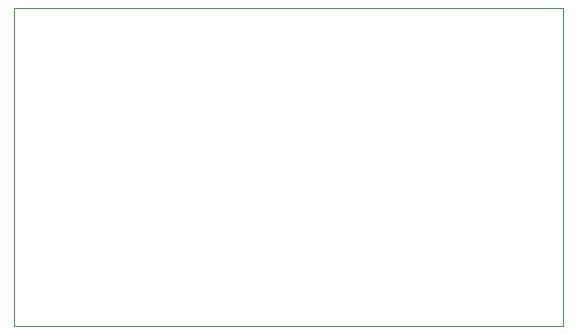
<source format=gbr>
%TF.GenerationSoftware,KiCad,Pcbnew,5.1.9+dfsg1-1*%
%TF.CreationDate,2022-01-14T18:54:51-05:00*%
%TF.ProjectId,samd21g17d,73616d64-3231-4673-9137-642e6b696361,rev?*%
%TF.SameCoordinates,Original*%
%TF.FileFunction,Profile,NP*%
%FSLAX46Y46*%
G04 Gerber Fmt 4.6, Leading zero omitted, Abs format (unit mm)*
G04 Created by KiCad (PCBNEW 5.1.9+dfsg1-1) date 2022-01-14 18:54:51*
%MOMM*%
%LPD*%
G01*
G04 APERTURE LIST*
%TA.AperFunction,Profile*%
%ADD10C,0.050000*%
%TD*%
G04 APERTURE END LIST*
D10*
X126492000Y-71628000D02*
X80010000Y-71628000D01*
X126492000Y-98552000D02*
X126492000Y-71628000D01*
X80010000Y-98552000D02*
X126492000Y-98552000D01*
X80010000Y-71628000D02*
X80010000Y-98552000D01*
M02*

</source>
